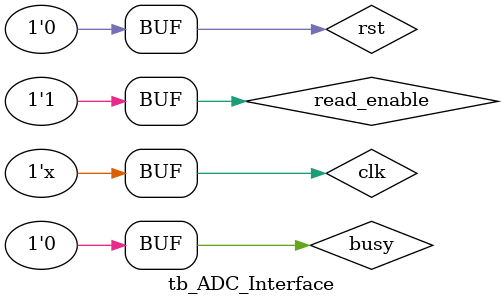
<source format=v>
module tb_ADC_Interface();

	reg clk, rst, read_enable,busy; 
	wire sck_clk_out,cnv,rdl,chain,data_rdy;	

	initial begin

		clk = 1'b0;
		rst = 1'b1;
		busy = 0;
		read_enable = 1'b0;
		#40 rst = 1'b0;
		#80 read_enable = 1'b1;
		busy =1'b1;
		#200 busy  = 1'b0;
		#200 read_enable = 1'b1;
	end

	always #20 clk = ~clk;

ADC_Interface #(.SMPL_FREQ(48_000), .SPI_CLK_FREQ(4_000_000)) DUT(

	.i_read_enable(1'b0),
	.clk(clk),
	.i_reset(rst),			//   Pines del ADC
	.i_busy(busy),	 	 	//--->BUSY  Goes high at the start of a new conversion and returns low when the conversion has finished.
	//.i_data_in(), 	 	//--->SDO 	 	
	.o_start_conv(cnv), 	 	//--->CNV es el sample clock
	.o_sck(sck_clk_out),     	 	//--->SCK When SDO is enabled the conversion result is shifted out on the rising edges of this clock MSB first
	.o_RDL_SDI(rdl),    		//--->RDL/SDI   is low in normal mode, data is read out of the SDO pin. When RDL/SDI is high  SDO becomes Hi-Z and SCK is disabled
	.o_chain(chain),		 	//--->CHAIN When low, operates in normal mode in high operates in chain mode
	//.o_data_frame(), 		//data from 24 bits ADC.
	.data_ready(data_rdy)       	// gets high when data_frame is ready to deliver

	);	



endmodule
</source>
